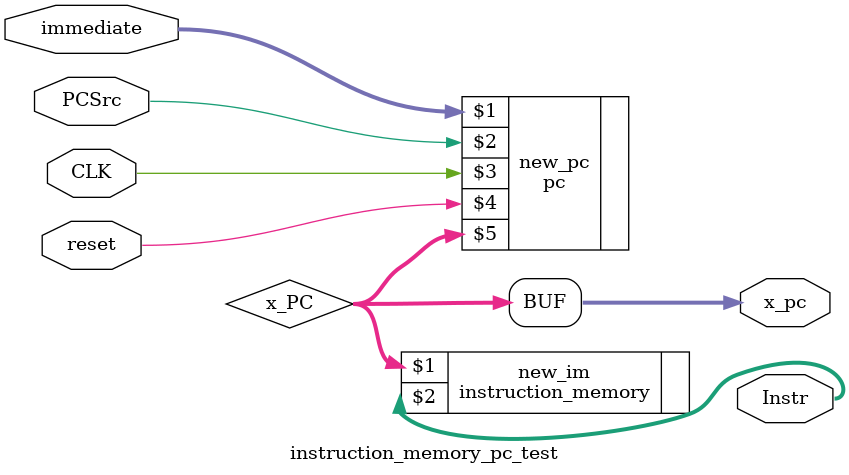
<source format=sv>
`include "instruction_memory.sv"
`include "pc.sv"

module instruction_memory_pc_test (input logic[7:0] immediate,
                            input logic PCSrc, CLK, reset,
                            output logic [23:0] Instr,
                            output logic [7:0] x_pc);
logic [7:0] x_PC;
pc new_pc (immediate, PCSrc, CLK, reset, x_PC);
instruction_memory new_im(x_PC, Instr);
assign x_pc = x_PC;
endmodule
</source>
